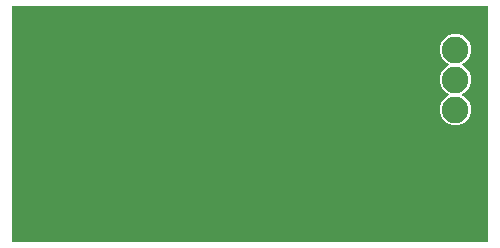
<source format=gbl>
G04 EAGLE Gerber RS-274X export*
G75*
%MOMM*%
%FSLAX34Y34*%
%LPD*%
%INBottom Copper*%
%IPPOS*%
%AMOC8*
5,1,8,0,0,1.08239X$1,22.5*%
G01*
%ADD10C,0.756400*%
%ADD11C,2.250000*%

G36*
X406683Y2171D02*
X406683Y2171D01*
X406747Y2170D01*
X406822Y2191D01*
X406898Y2202D01*
X406957Y2228D01*
X407019Y2245D01*
X407085Y2286D01*
X407155Y2318D01*
X407204Y2360D01*
X407259Y2394D01*
X407311Y2451D01*
X407370Y2501D01*
X407405Y2555D01*
X407448Y2603D01*
X407482Y2673D01*
X407524Y2737D01*
X407543Y2799D01*
X407571Y2857D01*
X407582Y2926D01*
X407607Y3007D01*
X407608Y3092D01*
X407619Y3161D01*
X407619Y201161D01*
X407609Y201225D01*
X407610Y201289D01*
X407590Y201364D01*
X407579Y201440D01*
X407552Y201499D01*
X407535Y201561D01*
X407494Y201627D01*
X407462Y201697D01*
X407421Y201746D01*
X407387Y201801D01*
X407329Y201853D01*
X407279Y201912D01*
X407225Y201947D01*
X407178Y201990D01*
X407108Y202024D01*
X407043Y202066D01*
X406982Y202085D01*
X406924Y202113D01*
X406854Y202124D01*
X406773Y202149D01*
X406689Y202150D01*
X406619Y202161D01*
X5385Y202161D01*
X5322Y202151D01*
X5257Y202152D01*
X5183Y202132D01*
X5106Y202121D01*
X5048Y202094D01*
X4986Y202077D01*
X4920Y202036D01*
X4849Y202004D01*
X4800Y201963D01*
X4746Y201929D01*
X4694Y201871D01*
X4635Y201821D01*
X4600Y201767D01*
X4557Y201720D01*
X4523Y201650D01*
X4480Y201585D01*
X4462Y201524D01*
X4434Y201466D01*
X4423Y201396D01*
X4398Y201315D01*
X4397Y201231D01*
X4386Y201161D01*
X4386Y3161D01*
X4395Y3098D01*
X4394Y3033D01*
X4415Y2959D01*
X4426Y2882D01*
X4452Y2824D01*
X4469Y2762D01*
X4510Y2696D01*
X4542Y2625D01*
X4584Y2576D01*
X4618Y2522D01*
X4675Y2470D01*
X4725Y2411D01*
X4779Y2376D01*
X4827Y2333D01*
X4897Y2299D01*
X4961Y2256D01*
X5023Y2238D01*
X5081Y2210D01*
X5150Y2199D01*
X5231Y2174D01*
X5316Y2173D01*
X5385Y2162D01*
X406619Y2162D01*
X406683Y2171D01*
G37*
%LPC*%
G36*
X377286Y101044D02*
X377286Y101044D01*
X372404Y103066D01*
X368667Y106803D01*
X366645Y111685D01*
X366645Y116969D01*
X368667Y121851D01*
X372404Y125587D01*
X373714Y126130D01*
X373742Y126146D01*
X373772Y126156D01*
X373863Y126218D01*
X373957Y126274D01*
X373979Y126297D01*
X374005Y126315D01*
X374075Y126400D01*
X374150Y126479D01*
X374164Y126508D01*
X374185Y126533D01*
X374228Y126633D01*
X374277Y126731D01*
X374283Y126762D01*
X374296Y126792D01*
X374310Y126900D01*
X374330Y127008D01*
X374327Y127040D01*
X374331Y127072D01*
X374313Y127180D01*
X374303Y127289D01*
X374291Y127318D01*
X374286Y127350D01*
X374239Y127449D01*
X374198Y127551D01*
X374178Y127576D01*
X374165Y127605D01*
X374092Y127687D01*
X374025Y127773D01*
X373999Y127792D01*
X373977Y127816D01*
X373900Y127863D01*
X373856Y127895D01*
X373853Y127897D01*
X373852Y127898D01*
X373796Y127938D01*
X373750Y127954D01*
X373714Y127976D01*
X372404Y128519D01*
X368667Y132255D01*
X366645Y137137D01*
X366645Y142422D01*
X368667Y147304D01*
X372404Y151040D01*
X373682Y151569D01*
X373710Y151586D01*
X373740Y151596D01*
X373830Y151657D01*
X373924Y151713D01*
X373946Y151737D01*
X373973Y151755D01*
X374043Y151839D01*
X374117Y151919D01*
X374132Y151948D01*
X374152Y151972D01*
X374196Y152073D01*
X374245Y152170D01*
X374251Y152202D01*
X374264Y152232D01*
X374277Y152340D01*
X374298Y152447D01*
X374294Y152479D01*
X374298Y152511D01*
X374281Y152619D01*
X374270Y152728D01*
X374258Y152758D01*
X374253Y152790D01*
X374206Y152889D01*
X374166Y152990D01*
X374146Y153015D01*
X374132Y153045D01*
X374060Y153126D01*
X373992Y153212D01*
X373966Y153231D01*
X373945Y153255D01*
X373867Y153303D01*
X373764Y153377D01*
X373718Y153394D01*
X373682Y153416D01*
X372404Y153945D01*
X368667Y157682D01*
X366645Y162564D01*
X366645Y167848D01*
X368667Y172730D01*
X372404Y176466D01*
X377286Y178488D01*
X382570Y178488D01*
X387452Y176466D01*
X391188Y172730D01*
X393211Y167848D01*
X393211Y162564D01*
X391188Y157682D01*
X387452Y153945D01*
X386174Y153416D01*
X386146Y153399D01*
X386116Y153389D01*
X386025Y153328D01*
X385931Y153272D01*
X385909Y153249D01*
X385883Y153231D01*
X385813Y153146D01*
X385738Y153067D01*
X385724Y153038D01*
X385703Y153013D01*
X385660Y152913D01*
X385611Y152815D01*
X385605Y152783D01*
X385592Y152754D01*
X385578Y152645D01*
X385558Y152538D01*
X385561Y152506D01*
X385557Y152474D01*
X385575Y152366D01*
X385585Y152257D01*
X385597Y152227D01*
X385602Y152195D01*
X385649Y152097D01*
X385690Y151995D01*
X385709Y151970D01*
X385723Y151941D01*
X385796Y151859D01*
X385863Y151773D01*
X385889Y151754D01*
X385911Y151730D01*
X385988Y151683D01*
X386092Y151608D01*
X386138Y151592D01*
X386174Y151569D01*
X387452Y151040D01*
X391188Y147304D01*
X393211Y142422D01*
X393211Y137137D01*
X391188Y132255D01*
X387452Y128519D01*
X386142Y127976D01*
X386114Y127960D01*
X386083Y127950D01*
X386032Y127915D01*
X386024Y127911D01*
X386015Y127903D01*
X385993Y127888D01*
X385899Y127833D01*
X385877Y127809D01*
X385850Y127791D01*
X385781Y127707D01*
X385706Y127627D01*
X385691Y127598D01*
X385671Y127573D01*
X385628Y127473D01*
X385578Y127376D01*
X385572Y127344D01*
X385559Y127314D01*
X385546Y127206D01*
X385526Y127098D01*
X385529Y127066D01*
X385525Y127034D01*
X385542Y126927D01*
X385553Y126818D01*
X385565Y126788D01*
X385570Y126756D01*
X385617Y126657D01*
X385657Y126556D01*
X385677Y126530D01*
X385691Y126501D01*
X385764Y126419D01*
X385831Y126333D01*
X385857Y126315D01*
X385878Y126290D01*
X385956Y126243D01*
X386060Y126168D01*
X386105Y126152D01*
X386142Y126130D01*
X387452Y125587D01*
X391188Y121851D01*
X393211Y116969D01*
X393211Y111685D01*
X391188Y106803D01*
X387452Y103066D01*
X382570Y101044D01*
X377286Y101044D01*
G37*
%LPD*%
D10*
X49000Y173000D03*
X155000Y116000D03*
X218000Y154000D03*
D11*
X379928Y63545D03*
X379928Y88979D03*
X379928Y165206D03*
X379928Y139780D03*
X379928Y114327D03*
M02*

</source>
